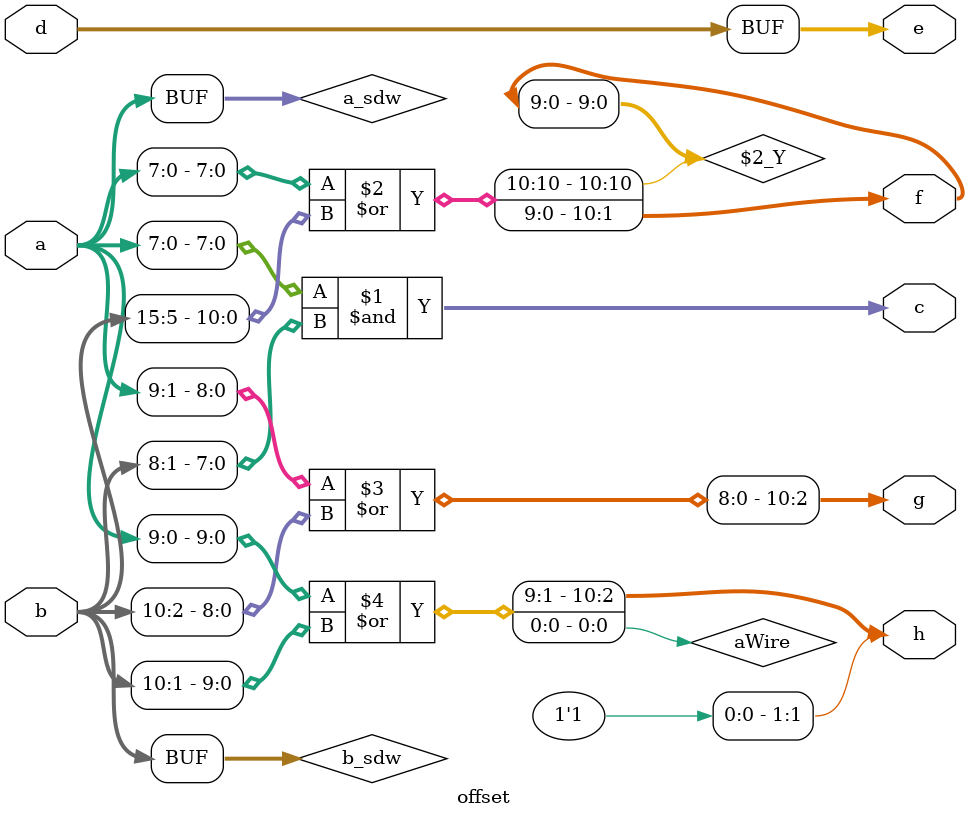
<source format=v>

module offset(a, b, c, d, e, f, g, h);

  input [31:0] a;
  input [15:0] b;
  input [32:1] d;
  output [7:0] c;
  output [31:0] e;
  output [10:1] f;
  output [10:1] g;
  output [10:1] h;

  wire [32:1] a_sdw;
  wire [31:16] b_sdw;

  assign a_sdw[32:1] = a[31:0];
  assign b_sdw[31:16] = b[15:0];

  assign c = a_sdw[8:1] & b_sdw[24:17];
  assign e = d;

  assign f = a_sdw[8:1] | b_sdw[31:21];

  assign g[10:2] = a_sdw[10:2] | b_sdw[26:18];
  wire aWire;
  assign { h[10:2], aWire } = a_sdw[10:1] | b_sdw[26:17];
  assign h[1] = 1'b1;

  //expected: h = { a[9:1] | b[10:2], 1'h1 };
endmodule


</source>
